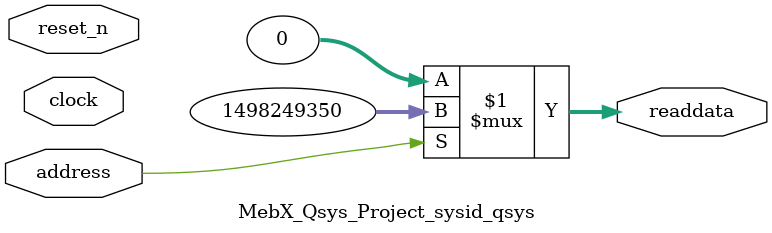
<source format=v>



// synthesis translate_off
`timescale 1ns / 1ps
// synthesis translate_on

// turn off superfluous verilog processor warnings 
// altera message_level Level1 
// altera message_off 10034 10035 10036 10037 10230 10240 10030 

module MebX_Qsys_Project_sysid_qsys (
               // inputs:
                address,
                clock,
                reset_n,

               // outputs:
                readdata
             )
;

  output  [ 31: 0] readdata;
  input            address;
  input            clock;
  input            reset_n;

  wire    [ 31: 0] readdata;
  //control_slave, which is an e_avalon_slave
  assign readdata = address ? 1498249350 : 0;

endmodule



</source>
